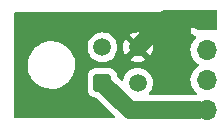
<source format=gbr>
%TF.GenerationSoftware,KiCad,Pcbnew,(6.0.0-0)*%
%TF.CreationDate,2022-09-07T11:01:35-07:00*%
%TF.ProjectId,Connector board,436f6e6e-6563-4746-9f72-20626f617264,rev?*%
%TF.SameCoordinates,Original*%
%TF.FileFunction,Copper,L2,Bot*%
%TF.FilePolarity,Positive*%
%FSLAX46Y46*%
G04 Gerber Fmt 4.6, Leading zero omitted, Abs format (unit mm)*
G04 Created by KiCad (PCBNEW (6.0.0-0)) date 2022-09-07 11:01:35*
%MOMM*%
%LPD*%
G01*
G04 APERTURE LIST*
G04 Aperture macros list*
%AMRoundRect*
0 Rectangle with rounded corners*
0 $1 Rounding radius*
0 $2 $3 $4 $5 $6 $7 $8 $9 X,Y pos of 4 corners*
0 Add a 4 corners polygon primitive as box body*
4,1,4,$2,$3,$4,$5,$6,$7,$8,$9,$2,$3,0*
0 Add four circle primitives for the rounded corners*
1,1,$1+$1,$2,$3*
1,1,$1+$1,$4,$5*
1,1,$1+$1,$6,$7*
1,1,$1+$1,$8,$9*
0 Add four rect primitives between the rounded corners*
20,1,$1+$1,$2,$3,$4,$5,0*
20,1,$1+$1,$4,$5,$6,$7,0*
20,1,$1+$1,$6,$7,$8,$9,0*
20,1,$1+$1,$8,$9,$2,$3,0*%
G04 Aperture macros list end*
%TA.AperFunction,ComponentPad*%
%ADD10R,1.700000X1.700000*%
%TD*%
%TA.AperFunction,ComponentPad*%
%ADD11O,1.700000X1.700000*%
%TD*%
%TA.AperFunction,ComponentPad*%
%ADD12C,1.500000*%
%TD*%
%TA.AperFunction,ComponentPad*%
%ADD13RoundRect,0.250001X0.499999X-0.499999X0.499999X0.499999X-0.499999X0.499999X-0.499999X-0.499999X0*%
%TD*%
%TA.AperFunction,Conductor*%
%ADD14C,1.500000*%
%TD*%
G04 APERTURE END LIST*
D10*
%TO.P,J2,1,Pin_1*%
%TO.N,Gnd*%
X151200000Y-61000000D03*
D11*
%TO.P,J2,2,Pin_2*%
%TO.N,D2_Out*%
X151200000Y-63540000D03*
%TO.P,J2,3,Pin_3*%
%TO.N,D1_Out*%
X151200000Y-66080000D03*
%TO.P,J2,4,Pin_4*%
%TO.N,+5V*%
X151200000Y-68620000D03*
%TD*%
D12*
%TO.P,J1,4,Pin_4*%
%TO.N,Gnd*%
X145385000Y-63300000D03*
%TO.P,J1,3,Pin_3*%
%TO.N,D1_In*%
X145385000Y-66300000D03*
%TO.P,J1,2,Pin_2*%
%TO.N,D2_In*%
X142385000Y-63300000D03*
D13*
%TO.P,J1,1,Pin_1*%
%TO.N,+5V*%
X142385000Y-66300000D03*
%TD*%
D14*
%TO.N,Gnd*%
X145385000Y-63300000D02*
X147800000Y-60885000D01*
X150449980Y-60885000D02*
X150449980Y-61000000D01*
X147800000Y-60885000D02*
X150449980Y-60885000D01*
%TO.N,+5V*%
X142385000Y-66300000D02*
X144705000Y-68620000D01*
X144705000Y-68620000D02*
X150449980Y-68620000D01*
%TD*%
%TA.AperFunction,Conductor*%
%TO.N,Gnd*%
G36*
X149784121Y-60328002D02*
G01*
X149830614Y-60381658D01*
X149842000Y-60434000D01*
X149842000Y-60727885D01*
X149846475Y-60743124D01*
X149847865Y-60744329D01*
X149855548Y-60746000D01*
X150566000Y-60746000D01*
X150634121Y-60766002D01*
X150680614Y-60819658D01*
X150692000Y-60872000D01*
X150692000Y-61128000D01*
X150671998Y-61196121D01*
X150618342Y-61242614D01*
X150566000Y-61254000D01*
X149860116Y-61254000D01*
X149844877Y-61258475D01*
X149843672Y-61259865D01*
X149842001Y-61267548D01*
X149842001Y-61894669D01*
X149842371Y-61901490D01*
X149847895Y-61952352D01*
X149851521Y-61967604D01*
X149896676Y-62088054D01*
X149905214Y-62103649D01*
X149981715Y-62205724D01*
X149994276Y-62218285D01*
X150096351Y-62294786D01*
X150111946Y-62303324D01*
X150220827Y-62344142D01*
X150277591Y-62386784D01*
X150302291Y-62453345D01*
X150287083Y-62522694D01*
X150267691Y-62549175D01*
X150205287Y-62614477D01*
X150140629Y-62682138D01*
X150014743Y-62866680D01*
X149920688Y-63069305D01*
X149860989Y-63284570D01*
X149837251Y-63506695D01*
X149837548Y-63511848D01*
X149837548Y-63511851D01*
X149846783Y-63672021D01*
X149850110Y-63729715D01*
X149851247Y-63734761D01*
X149851248Y-63734767D01*
X149863618Y-63789653D01*
X149899222Y-63947639D01*
X149983266Y-64154616D01*
X149985965Y-64159020D01*
X150054530Y-64270908D01*
X150099987Y-64345088D01*
X150246250Y-64513938D01*
X150418126Y-64656632D01*
X150488595Y-64697811D01*
X150491445Y-64699476D01*
X150540169Y-64751114D01*
X150553240Y-64820897D01*
X150526509Y-64886669D01*
X150486055Y-64920027D01*
X150473607Y-64926507D01*
X150469474Y-64929610D01*
X150469471Y-64929612D01*
X150301929Y-65055406D01*
X150294965Y-65060635D01*
X150140629Y-65222138D01*
X150014743Y-65406680D01*
X149985433Y-65469824D01*
X149946251Y-65554235D01*
X149920688Y-65609305D01*
X149860989Y-65824570D01*
X149837251Y-66046695D01*
X149837548Y-66051848D01*
X149837548Y-66051851D01*
X149849039Y-66251144D01*
X149850110Y-66269715D01*
X149851247Y-66274761D01*
X149851248Y-66274767D01*
X149872275Y-66368069D01*
X149899222Y-66487639D01*
X149983266Y-66694616D01*
X150099987Y-66885088D01*
X150246250Y-67053938D01*
X150316232Y-67112038D01*
X150348173Y-67138556D01*
X150387808Y-67197458D01*
X150389306Y-67268439D01*
X150352191Y-67328962D01*
X150288247Y-67359811D01*
X150267688Y-67361500D01*
X146407477Y-67361500D01*
X146339356Y-67341498D01*
X146292863Y-67287842D01*
X146282759Y-67217568D01*
X146312253Y-67152988D01*
X146318382Y-67146405D01*
X146352749Y-67112038D01*
X146479056Y-66931653D01*
X146481379Y-66926671D01*
X146481382Y-66926666D01*
X146543189Y-66794118D01*
X146572120Y-66732076D01*
X146629115Y-66519371D01*
X146648307Y-66300000D01*
X146629115Y-66080629D01*
X146572120Y-65867924D01*
X146487489Y-65686431D01*
X146481382Y-65673334D01*
X146481379Y-65673329D01*
X146479056Y-65668347D01*
X146475899Y-65663838D01*
X146355908Y-65492473D01*
X146355906Y-65492470D01*
X146352749Y-65487962D01*
X146197038Y-65332251D01*
X146189107Y-65326697D01*
X146077111Y-65248277D01*
X146016654Y-65205944D01*
X145817076Y-65112880D01*
X145604371Y-65055885D01*
X145385000Y-65036693D01*
X145165629Y-65055885D01*
X144952924Y-65112880D01*
X144883504Y-65145251D01*
X144758334Y-65203618D01*
X144758329Y-65203621D01*
X144753347Y-65205944D01*
X144748840Y-65209100D01*
X144748838Y-65209101D01*
X144577473Y-65329092D01*
X144577470Y-65329094D01*
X144572962Y-65332251D01*
X144417251Y-65487962D01*
X144414094Y-65492470D01*
X144414092Y-65492473D01*
X144294101Y-65663838D01*
X144290944Y-65668347D01*
X144288621Y-65673329D01*
X144288618Y-65673334D01*
X144282511Y-65686431D01*
X144197880Y-65867924D01*
X144196457Y-65873235D01*
X144156062Y-66023989D01*
X144119110Y-66084611D01*
X144055249Y-66115633D01*
X143984755Y-66107204D01*
X143945260Y-66080472D01*
X143678488Y-65813700D01*
X143644462Y-65751388D01*
X143642256Y-65737609D01*
X143633238Y-65650693D01*
X143633237Y-65650689D01*
X143632526Y-65643835D01*
X143622672Y-65614297D01*
X143582027Y-65492473D01*
X143576550Y-65476055D01*
X143483478Y-65325652D01*
X143358303Y-65200695D01*
X143352072Y-65196854D01*
X143213968Y-65111725D01*
X143213966Y-65111724D01*
X143207738Y-65107885D01*
X143055922Y-65057530D01*
X143046389Y-65054368D01*
X143046387Y-65054368D01*
X143039861Y-65052203D01*
X143033025Y-65051503D01*
X143033022Y-65051502D01*
X142989969Y-65047091D01*
X142935400Y-65041500D01*
X142498138Y-65041500D01*
X142488711Y-65040733D01*
X142488682Y-65041124D01*
X142483079Y-65040713D01*
X142477543Y-65039806D01*
X142471930Y-65039894D01*
X142471928Y-65039894D01*
X142370736Y-65041484D01*
X142368757Y-65041500D01*
X141834600Y-65041500D01*
X141831354Y-65041837D01*
X141831350Y-65041837D01*
X141735693Y-65051762D01*
X141735689Y-65051763D01*
X141728835Y-65052474D01*
X141722299Y-65054655D01*
X141722297Y-65054655D01*
X141693169Y-65064373D01*
X141561055Y-65108450D01*
X141410652Y-65201522D01*
X141285695Y-65326697D01*
X141281855Y-65332927D01*
X141281854Y-65332928D01*
X141226841Y-65422176D01*
X141192885Y-65477262D01*
X141190581Y-65484209D01*
X141149089Y-65609305D01*
X141137203Y-65645139D01*
X141126500Y-65749600D01*
X141126500Y-66208604D01*
X141125422Y-66225051D01*
X141122521Y-66247086D01*
X141125275Y-66305475D01*
X141126360Y-66328488D01*
X141126500Y-66334424D01*
X141126500Y-66850400D01*
X141126837Y-66853646D01*
X141126837Y-66853650D01*
X141135399Y-66936162D01*
X141137474Y-66956165D01*
X141193450Y-67123945D01*
X141286522Y-67274348D01*
X141411697Y-67399305D01*
X141562262Y-67492115D01*
X141642005Y-67518564D01*
X141723611Y-67545632D01*
X141723613Y-67545632D01*
X141730139Y-67547797D01*
X141736975Y-67548497D01*
X141736978Y-67548498D01*
X141822467Y-67557257D01*
X141888194Y-67584098D01*
X141898719Y-67593506D01*
X143382117Y-69076905D01*
X143416143Y-69139217D01*
X143411078Y-69210033D01*
X143368531Y-69266868D01*
X143302011Y-69291679D01*
X143293022Y-69292000D01*
X135034000Y-69292000D01*
X134965879Y-69271998D01*
X134919386Y-69218342D01*
X134908000Y-69166000D01*
X134908000Y-64729733D01*
X136052822Y-64729733D01*
X136052975Y-64734121D01*
X136052975Y-64734127D01*
X136059802Y-64929612D01*
X136062625Y-65010458D01*
X136063387Y-65014781D01*
X136063388Y-65014788D01*
X136087164Y-65149624D01*
X136111402Y-65287087D01*
X136198203Y-65554235D01*
X136200131Y-65558188D01*
X136200133Y-65558193D01*
X136227497Y-65614297D01*
X136321340Y-65806702D01*
X136323795Y-65810341D01*
X136323798Y-65810347D01*
X136366217Y-65873235D01*
X136478415Y-66039576D01*
X136666371Y-66248322D01*
X136669733Y-66251143D01*
X136669734Y-66251144D01*
X136685707Y-66264547D01*
X136881550Y-66428879D01*
X137119764Y-66577731D01*
X137376375Y-66691982D01*
X137646390Y-66769407D01*
X137650740Y-66770018D01*
X137650743Y-66770019D01*
X137736542Y-66782077D01*
X137924552Y-66808500D01*
X138135146Y-66808500D01*
X138137332Y-66808347D01*
X138137336Y-66808347D01*
X138340827Y-66794118D01*
X138340832Y-66794117D01*
X138345212Y-66793811D01*
X138619970Y-66735409D01*
X138624099Y-66733906D01*
X138624103Y-66733905D01*
X138879781Y-66640846D01*
X138879785Y-66640844D01*
X138883926Y-66639337D01*
X139131942Y-66507464D01*
X139236896Y-66431211D01*
X139355629Y-66344947D01*
X139355632Y-66344944D01*
X139359192Y-66342358D01*
X139370481Y-66331457D01*
X139558087Y-66150287D01*
X139561252Y-66147231D01*
X139734188Y-65925882D01*
X139736384Y-65922078D01*
X139736389Y-65922071D01*
X139872435Y-65686431D01*
X139874636Y-65682619D01*
X139979862Y-65422176D01*
X139983726Y-65406680D01*
X140046753Y-65153893D01*
X140046754Y-65153888D01*
X140047817Y-65149624D01*
X140051740Y-65112306D01*
X140076719Y-64874636D01*
X140076719Y-64874633D01*
X140077178Y-64870267D01*
X140073654Y-64769338D01*
X140067529Y-64593939D01*
X140067528Y-64593933D01*
X140067375Y-64589542D01*
X140065900Y-64581173D01*
X140024271Y-64345088D01*
X140018598Y-64312913D01*
X139931797Y-64045765D01*
X139929869Y-64041812D01*
X139929867Y-64041807D01*
X139825619Y-63828069D01*
X139808660Y-63793298D01*
X139806205Y-63789659D01*
X139806202Y-63789653D01*
X139725935Y-63670653D01*
X139651585Y-63560424D01*
X139463629Y-63351678D01*
X139402042Y-63300000D01*
X141121693Y-63300000D01*
X141140885Y-63519371D01*
X141197880Y-63732076D01*
X141200205Y-63737061D01*
X141288618Y-63926666D01*
X141288621Y-63926671D01*
X141290944Y-63931653D01*
X141294100Y-63936160D01*
X141294101Y-63936162D01*
X141368078Y-64041811D01*
X141417251Y-64112038D01*
X141572962Y-64267749D01*
X141753346Y-64394056D01*
X141952924Y-64487120D01*
X142165629Y-64544115D01*
X142385000Y-64563307D01*
X142604371Y-64544115D01*
X142817076Y-64487120D01*
X143016654Y-64394056D01*
X143079342Y-64350161D01*
X144699393Y-64350161D01*
X144708687Y-64362175D01*
X144749088Y-64390464D01*
X144758584Y-64395947D01*
X144948113Y-64484326D01*
X144958405Y-64488072D01*
X145160401Y-64542196D01*
X145171196Y-64544099D01*
X145379525Y-64562326D01*
X145390475Y-64562326D01*
X145598804Y-64544099D01*
X145609599Y-64542196D01*
X145811595Y-64488072D01*
X145821887Y-64484326D01*
X146011416Y-64395947D01*
X146020912Y-64390464D01*
X146062148Y-64361590D01*
X146070523Y-64351112D01*
X146063457Y-64337668D01*
X145397811Y-63672021D01*
X145383868Y-63664408D01*
X145382034Y-63664539D01*
X145375420Y-63668790D01*
X144705820Y-64338391D01*
X144699393Y-64350161D01*
X143079342Y-64350161D01*
X143197038Y-64267749D01*
X143352749Y-64112038D01*
X143401923Y-64041811D01*
X143475899Y-63936162D01*
X143475900Y-63936160D01*
X143479056Y-63931653D01*
X143481379Y-63926671D01*
X143481382Y-63926666D01*
X143569795Y-63737061D01*
X143572120Y-63732076D01*
X143629115Y-63519371D01*
X143647828Y-63305475D01*
X144122674Y-63305475D01*
X144140901Y-63513804D01*
X144142804Y-63524599D01*
X144196928Y-63726595D01*
X144200674Y-63736887D01*
X144289054Y-63926417D01*
X144294534Y-63935907D01*
X144323411Y-63977149D01*
X144333887Y-63985523D01*
X144347334Y-63978455D01*
X145012979Y-63312811D01*
X145019356Y-63301132D01*
X145749408Y-63301132D01*
X145749539Y-63302966D01*
X145753790Y-63309580D01*
X146423391Y-63979180D01*
X146435161Y-63985607D01*
X146447176Y-63976311D01*
X146475466Y-63935907D01*
X146480946Y-63926417D01*
X146569326Y-63736887D01*
X146573072Y-63726595D01*
X146627196Y-63524599D01*
X146629099Y-63513804D01*
X146647326Y-63305475D01*
X146647326Y-63294525D01*
X146629099Y-63086196D01*
X146627196Y-63075401D01*
X146573072Y-62873405D01*
X146569326Y-62863113D01*
X146480946Y-62673583D01*
X146475466Y-62664093D01*
X146446589Y-62622851D01*
X146436113Y-62614477D01*
X146422666Y-62621545D01*
X145757021Y-63287189D01*
X145749408Y-63301132D01*
X145019356Y-63301132D01*
X145020592Y-63298868D01*
X145020461Y-63297034D01*
X145016210Y-63290420D01*
X144346609Y-62620820D01*
X144334839Y-62614393D01*
X144322824Y-62623689D01*
X144294534Y-62664093D01*
X144289054Y-62673583D01*
X144200674Y-62863113D01*
X144196928Y-62873405D01*
X144142804Y-63075401D01*
X144140901Y-63086196D01*
X144122674Y-63294525D01*
X144122674Y-63305475D01*
X143647828Y-63305475D01*
X143648307Y-63300000D01*
X143629115Y-63080629D01*
X143572120Y-62867924D01*
X143497676Y-62708277D01*
X143481382Y-62673334D01*
X143481379Y-62673329D01*
X143479056Y-62668347D01*
X143447786Y-62623689D01*
X143355908Y-62492473D01*
X143355906Y-62492470D01*
X143352749Y-62487962D01*
X143197038Y-62332251D01*
X143077983Y-62248887D01*
X144699477Y-62248887D01*
X144706545Y-62262334D01*
X145372189Y-62927979D01*
X145386132Y-62935592D01*
X145387966Y-62935461D01*
X145394580Y-62931210D01*
X146064180Y-62261609D01*
X146070607Y-62249839D01*
X146061313Y-62237825D01*
X146020912Y-62209536D01*
X146011416Y-62204053D01*
X145821887Y-62115674D01*
X145811595Y-62111928D01*
X145609599Y-62057804D01*
X145598804Y-62055901D01*
X145390475Y-62037674D01*
X145379525Y-62037674D01*
X145171196Y-62055901D01*
X145160401Y-62057804D01*
X144958405Y-62111928D01*
X144948113Y-62115674D01*
X144758583Y-62204054D01*
X144749093Y-62209534D01*
X144707851Y-62238411D01*
X144699477Y-62248887D01*
X143077983Y-62248887D01*
X143016654Y-62205944D01*
X142817076Y-62112880D01*
X142604371Y-62055885D01*
X142385000Y-62036693D01*
X142165629Y-62055885D01*
X141952924Y-62112880D01*
X141859562Y-62156415D01*
X141758334Y-62203618D01*
X141758329Y-62203621D01*
X141753347Y-62205944D01*
X141748840Y-62209100D01*
X141748838Y-62209101D01*
X141577473Y-62329092D01*
X141577470Y-62329094D01*
X141572962Y-62332251D01*
X141417251Y-62487962D01*
X141414094Y-62492470D01*
X141414092Y-62492473D01*
X141322214Y-62623689D01*
X141290944Y-62668347D01*
X141288621Y-62673329D01*
X141288618Y-62673334D01*
X141272324Y-62708277D01*
X141197880Y-62867924D01*
X141140885Y-63080629D01*
X141121693Y-63300000D01*
X139402042Y-63300000D01*
X139248450Y-63171121D01*
X139010236Y-63022269D01*
X138753625Y-62908018D01*
X138596415Y-62862939D01*
X138487837Y-62831805D01*
X138487836Y-62831805D01*
X138483610Y-62830593D01*
X138479260Y-62829982D01*
X138479257Y-62829981D01*
X138376310Y-62815513D01*
X138205448Y-62791500D01*
X137994854Y-62791500D01*
X137992668Y-62791653D01*
X137992664Y-62791653D01*
X137789173Y-62805882D01*
X137789168Y-62805883D01*
X137784788Y-62806189D01*
X137510030Y-62864591D01*
X137505901Y-62866094D01*
X137505897Y-62866095D01*
X137250219Y-62959154D01*
X137250215Y-62959156D01*
X137246074Y-62960663D01*
X136998058Y-63092536D01*
X136994499Y-63095122D01*
X136994497Y-63095123D01*
X136889895Y-63171121D01*
X136770808Y-63257642D01*
X136767644Y-63260698D01*
X136767641Y-63260700D01*
X136713679Y-63312811D01*
X136568748Y-63452769D01*
X136395812Y-63674118D01*
X136393616Y-63677922D01*
X136393611Y-63677929D01*
X136306928Y-63828069D01*
X136255364Y-63917381D01*
X136150138Y-64177824D01*
X136149073Y-64182097D01*
X136149072Y-64182099D01*
X136088887Y-64423489D01*
X136082183Y-64450376D01*
X136081724Y-64454744D01*
X136081723Y-64454749D01*
X136068436Y-64581173D01*
X136052822Y-64729733D01*
X134908000Y-64729733D01*
X134908000Y-60434000D01*
X134928002Y-60365879D01*
X134981658Y-60319386D01*
X135034000Y-60308000D01*
X149716000Y-60308000D01*
X149784121Y-60328002D01*
G37*
%TD.AperFunction*%
%TD*%
M02*

</source>
